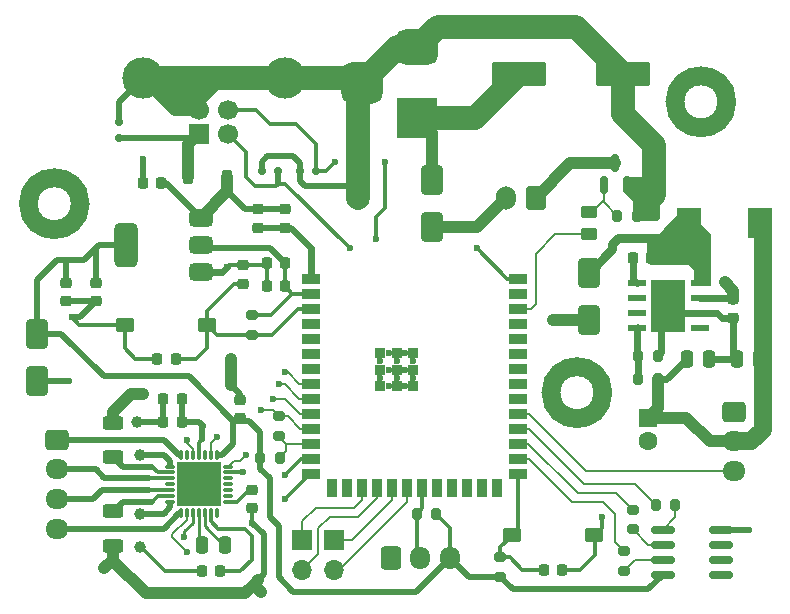
<source format=gbr>
%TF.GenerationSoftware,KiCad,Pcbnew,8.0.4*%
%TF.CreationDate,2025-07-27T19:27:02+02:00*%
%TF.ProjectId,GastroFocap,47617374-726f-4466-9f63-61702e6b6963,rev?*%
%TF.SameCoordinates,Original*%
%TF.FileFunction,Copper,L1,Top*%
%TF.FilePolarity,Positive*%
%FSLAX46Y46*%
G04 Gerber Fmt 4.6, Leading zero omitted, Abs format (unit mm)*
G04 Created by KiCad (PCBNEW 8.0.4) date 2025-07-27 19:27:02*
%MOMM*%
%LPD*%
G01*
G04 APERTURE LIST*
G04 Aperture macros list*
%AMRoundRect*
0 Rectangle with rounded corners*
0 $1 Rounding radius*
0 $2 $3 $4 $5 $6 $7 $8 $9 X,Y pos of 4 corners*
0 Add a 4 corners polygon primitive as box body*
4,1,4,$2,$3,$4,$5,$6,$7,$8,$9,$2,$3,0*
0 Add four circle primitives for the rounded corners*
1,1,$1+$1,$2,$3*
1,1,$1+$1,$4,$5*
1,1,$1+$1,$6,$7*
1,1,$1+$1,$8,$9*
0 Add four rect primitives between the rounded corners*
20,1,$1+$1,$2,$3,$4,$5,0*
20,1,$1+$1,$4,$5,$6,$7,0*
20,1,$1+$1,$6,$7,$8,$9,0*
20,1,$1+$1,$8,$9,$2,$3,0*%
G04 Aperture macros list end*
%TA.AperFunction,Conductor*%
%ADD10C,0.000000*%
%TD*%
%TA.AperFunction,Conductor*%
%ADD11C,0.200000*%
%TD*%
%TA.AperFunction,NonConductor*%
%ADD12C,1.600000*%
%TD*%
%TA.AperFunction,Conductor*%
%ADD13C,1.600000*%
%TD*%
%TA.AperFunction,SMDPad,CuDef*%
%ADD14RoundRect,0.225000X-0.250000X0.225000X-0.250000X-0.225000X0.250000X-0.225000X0.250000X0.225000X0*%
%TD*%
%TA.AperFunction,SMDPad,CuDef*%
%ADD15RoundRect,0.250000X0.250000X0.475000X-0.250000X0.475000X-0.250000X-0.475000X0.250000X-0.475000X0*%
%TD*%
%TA.AperFunction,SMDPad,CuDef*%
%ADD16RoundRect,0.250000X-0.250000X-0.475000X0.250000X-0.475000X0.250000X0.475000X-0.250000X0.475000X0*%
%TD*%
%TA.AperFunction,ComponentPad*%
%ADD17C,0.600000*%
%TD*%
%TA.AperFunction,SMDPad,CuDef*%
%ADD18R,2.950000X4.500000*%
%TD*%
%TA.AperFunction,SMDPad,CuDef*%
%ADD19R,2.600000X3.100000*%
%TD*%
%TA.AperFunction,SMDPad,CuDef*%
%ADD20R,1.550000X0.600000*%
%TD*%
%TA.AperFunction,SMDPad,CuDef*%
%ADD21RoundRect,0.200000X0.200000X0.275000X-0.200000X0.275000X-0.200000X-0.275000X0.200000X-0.275000X0*%
%TD*%
%TA.AperFunction,SMDPad,CuDef*%
%ADD22RoundRect,0.200000X-0.200000X-0.275000X0.200000X-0.275000X0.200000X0.275000X-0.200000X0.275000X0*%
%TD*%
%TA.AperFunction,SMDPad,CuDef*%
%ADD23R,1.500000X2.400000*%
%TD*%
%TA.AperFunction,SMDPad,CuDef*%
%ADD24RoundRect,0.250000X-0.650000X1.000000X-0.650000X-1.000000X0.650000X-1.000000X0.650000X1.000000X0*%
%TD*%
%TA.AperFunction,ComponentPad*%
%ADD25C,1.600000*%
%TD*%
%TA.AperFunction,ComponentPad*%
%ADD26R,1.600000X1.600000*%
%TD*%
%TA.AperFunction,SMDPad,CuDef*%
%ADD27RoundRect,0.225000X0.225000X0.250000X-0.225000X0.250000X-0.225000X-0.250000X0.225000X-0.250000X0*%
%TD*%
%TA.AperFunction,SMDPad,CuDef*%
%ADD28RoundRect,0.250000X0.450000X-0.262500X0.450000X0.262500X-0.450000X0.262500X-0.450000X-0.262500X0*%
%TD*%
%TA.AperFunction,SMDPad,CuDef*%
%ADD29RoundRect,0.225000X0.225000X0.375000X-0.225000X0.375000X-0.225000X-0.375000X0.225000X-0.375000X0*%
%TD*%
%TA.AperFunction,ComponentPad*%
%ADD30C,3.500000*%
%TD*%
%TA.AperFunction,ComponentPad*%
%ADD31C,1.700000*%
%TD*%
%TA.AperFunction,ComponentPad*%
%ADD32R,1.700000X1.700000*%
%TD*%
%TA.AperFunction,SMDPad,CuDef*%
%ADD33RoundRect,0.300000X0.500000X0.300000X-0.500000X0.300000X-0.500000X-0.300000X0.500000X-0.300000X0*%
%TD*%
%TA.AperFunction,SMDPad,CuDef*%
%ADD34RoundRect,0.225000X-0.225000X-0.250000X0.225000X-0.250000X0.225000X0.250000X-0.225000X0.250000X0*%
%TD*%
%TA.AperFunction,SMDPad,CuDef*%
%ADD35RoundRect,0.225000X0.250000X-0.225000X0.250000X0.225000X-0.250000X0.225000X-0.250000X-0.225000X0*%
%TD*%
%TA.AperFunction,SMDPad,CuDef*%
%ADD36RoundRect,0.250001X-2.049999X-0.799999X2.049999X-0.799999X2.049999X0.799999X-2.049999X0.799999X0*%
%TD*%
%TA.AperFunction,SMDPad,CuDef*%
%ADD37RoundRect,0.200000X-0.275000X0.200000X-0.275000X-0.200000X0.275000X-0.200000X0.275000X0.200000X0*%
%TD*%
%TA.AperFunction,SMDPad,CuDef*%
%ADD38RoundRect,0.200000X0.275000X-0.200000X0.275000X0.200000X-0.275000X0.200000X-0.275000X-0.200000X0*%
%TD*%
%TA.AperFunction,SMDPad,CuDef*%
%ADD39R,0.900000X0.900000*%
%TD*%
%TA.AperFunction,SMDPad,CuDef*%
%ADD40R,1.500000X0.900000*%
%TD*%
%TA.AperFunction,SMDPad,CuDef*%
%ADD41R,0.900000X1.500000*%
%TD*%
%TA.AperFunction,ComponentPad*%
%ADD42O,1.700000X1.950000*%
%TD*%
%TA.AperFunction,ComponentPad*%
%ADD43RoundRect,0.250000X-0.600000X-0.725000X0.600000X-0.725000X0.600000X0.725000X-0.600000X0.725000X0*%
%TD*%
%TA.AperFunction,SMDPad,CuDef*%
%ADD44RoundRect,0.150000X0.825000X0.150000X-0.825000X0.150000X-0.825000X-0.150000X0.825000X-0.150000X0*%
%TD*%
%TA.AperFunction,ComponentPad*%
%ADD45RoundRect,0.875000X-0.875000X0.875000X-0.875000X-0.875000X0.875000X-0.875000X0.875000X0.875000X0*%
%TD*%
%TA.AperFunction,ComponentPad*%
%ADD46RoundRect,0.750000X-1.000000X0.750000X-1.000000X-0.750000X1.000000X-0.750000X1.000000X0.750000X0*%
%TD*%
%TA.AperFunction,ComponentPad*%
%ADD47R,3.500000X3.500000*%
%TD*%
%TA.AperFunction,SMDPad,CuDef*%
%ADD48RoundRect,0.250000X0.650000X-1.000000X0.650000X1.000000X-0.650000X1.000000X-0.650000X-1.000000X0*%
%TD*%
%TA.AperFunction,SMDPad,CuDef*%
%ADD49RoundRect,0.375000X0.625000X0.375000X-0.625000X0.375000X-0.625000X-0.375000X0.625000X-0.375000X0*%
%TD*%
%TA.AperFunction,SMDPad,CuDef*%
%ADD50RoundRect,0.500000X0.500000X1.400000X-0.500000X1.400000X-0.500000X-1.400000X0.500000X-1.400000X0*%
%TD*%
%TA.AperFunction,SMDPad,CuDef*%
%ADD51RoundRect,0.150000X-0.150000X-0.200000X0.150000X-0.200000X0.150000X0.200000X-0.150000X0.200000X0*%
%TD*%
%TA.AperFunction,SMDPad,CuDef*%
%ADD52R,3.700000X3.700000*%
%TD*%
%TA.AperFunction,SMDPad,CuDef*%
%ADD53RoundRect,0.033750X0.371250X-0.101250X0.371250X0.101250X-0.371250X0.101250X-0.371250X-0.101250X0*%
%TD*%
%TA.AperFunction,SMDPad,CuDef*%
%ADD54RoundRect,0.033750X0.101250X-0.371250X0.101250X0.371250X-0.101250X0.371250X-0.101250X-0.371250X0*%
%TD*%
%TA.AperFunction,SMDPad,CuDef*%
%ADD55RoundRect,0.150000X0.150000X-0.587500X0.150000X0.587500X-0.150000X0.587500X-0.150000X-0.587500X0*%
%TD*%
%TA.AperFunction,ComponentPad*%
%ADD56O,1.950000X1.700000*%
%TD*%
%TA.AperFunction,ComponentPad*%
%ADD57RoundRect,0.250000X-0.725000X0.600000X-0.725000X-0.600000X0.725000X-0.600000X0.725000X0.600000X0*%
%TD*%
%TA.AperFunction,ComponentPad*%
%ADD58O,1.700000X2.000000*%
%TD*%
%TA.AperFunction,ComponentPad*%
%ADD59RoundRect,0.250000X0.600000X0.750000X-0.600000X0.750000X-0.600000X-0.750000X0.600000X-0.750000X0*%
%TD*%
%TA.AperFunction,ComponentPad*%
%ADD60O,1.700000X1.700000*%
%TD*%
%TA.AperFunction,SMDPad,CuDef*%
%ADD61RoundRect,0.250000X-0.625000X0.312500X-0.625000X-0.312500X0.625000X-0.312500X0.625000X0.312500X0*%
%TD*%
%TA.AperFunction,SMDPad,CuDef*%
%ADD62RoundRect,0.150000X-0.200000X0.150000X-0.200000X-0.150000X0.200000X-0.150000X0.200000X0.150000X0*%
%TD*%
%TA.AperFunction,SMDPad,CuDef*%
%ADD63RoundRect,0.300000X-0.500000X-0.300000X0.500000X-0.300000X0.500000X0.300000X-0.500000X0.300000X0*%
%TD*%
%TA.AperFunction,ViaPad*%
%ADD64C,1.000000*%
%TD*%
%TA.AperFunction,ViaPad*%
%ADD65C,0.800000*%
%TD*%
%TA.AperFunction,ViaPad*%
%ADD66C,0.600000*%
%TD*%
%TA.AperFunction,ViaPad*%
%ADD67C,2.000000*%
%TD*%
%TA.AperFunction,Conductor*%
%ADD68C,0.300000*%
%TD*%
%TA.AperFunction,Conductor*%
%ADD69C,0.500000*%
%TD*%
%TA.AperFunction,Conductor*%
%ADD70C,1.000000*%
%TD*%
%TA.AperFunction,Conductor*%
%ADD71C,0.250000*%
%TD*%
%TA.AperFunction,Conductor*%
%ADD72C,1.500000*%
%TD*%
%TA.AperFunction,Conductor*%
%ADD73C,0.750000*%
%TD*%
%TA.AperFunction,Conductor*%
%ADD74C,0.600000*%
%TD*%
%TA.AperFunction,Conductor*%
%ADD75C,2.000000*%
%TD*%
G04 APERTURE END LIST*
D10*
%TA.AperFunction,Conductor*%
%TO.N,Net-(D4-K)*%
G36*
X118250000Y-55500000D02*
G01*
X116250000Y-55500000D01*
X116250000Y-53000000D01*
X118250000Y-53000000D01*
X118250000Y-55500000D01*
G37*
%TD.AperFunction*%
%TA.AperFunction,Conductor*%
%TO.N,6\u002C5V*%
G36*
X124250000Y-55500000D02*
G01*
X122250000Y-55500000D01*
X122250000Y-53000000D01*
X124250000Y-53000000D01*
X124250000Y-55500000D01*
G37*
%TD.AperFunction*%
D11*
%TO.N,Net-(D4-K)*%
X119000000Y-55250000D02*
X119000000Y-59500000D01*
X117750000Y-59500000D01*
X117750000Y-58250000D01*
X117250000Y-57750000D01*
X114000000Y-57750000D01*
X113750000Y-57500000D01*
X113750000Y-56250000D01*
X116250000Y-53750000D01*
X117500000Y-53750000D01*
X119000000Y-55250000D01*
%TA.AperFunction,Conductor*%
G36*
X119000000Y-55250000D02*
G01*
X119000000Y-59500000D01*
X117750000Y-59500000D01*
X117750000Y-58250000D01*
X117250000Y-57750000D01*
X114000000Y-57750000D01*
X113750000Y-57500000D01*
X113750000Y-56250000D01*
X116250000Y-53750000D01*
X117500000Y-53750000D01*
X119000000Y-55250000D01*
G37*
%TD.AperFunction*%
%TO.N,Earth*%
X77500000Y-42750000D02*
X76000000Y-44250000D01*
X76000000Y-45000000D01*
X74250000Y-45000000D01*
X71750000Y-42500000D01*
X77250000Y-42500000D01*
X77500000Y-42750000D01*
%TA.AperFunction,Conductor*%
G36*
X77500000Y-42750000D02*
G01*
X76000000Y-44250000D01*
X76000000Y-45000000D01*
X74250000Y-45000000D01*
X71750000Y-42500000D01*
X77250000Y-42500000D01*
X77500000Y-42750000D01*
G37*
%TD.AperFunction*%
D10*
%TA.AperFunction,Conductor*%
G36*
X114750000Y-50625000D02*
G01*
X114750000Y-53875000D01*
X114500000Y-54125000D01*
X112750000Y-54125000D01*
X112500000Y-53875000D01*
X112500000Y-52375000D01*
X111750000Y-51625000D01*
X111750000Y-50625000D01*
X112000000Y-50375000D01*
X114500000Y-50375000D01*
X114750000Y-50625000D01*
G37*
%TD.AperFunction*%
D12*
X120450000Y-44000000D02*
G75*
G02*
X116050000Y-44000000I-2200000J0D01*
G01*
X116050000Y-44000000D02*
G75*
G02*
X120450000Y-44000000I2200000J0D01*
G01*
D13*
%TO.N,SERVO*%
X109950000Y-68625000D02*
G75*
G02*
X105550000Y-68625000I-2200000J0D01*
G01*
X105550000Y-68625000D02*
G75*
G02*
X109950000Y-68625000I2200000J0D01*
G01*
D12*
X65700000Y-52625000D02*
G75*
G02*
X61300000Y-52625000I-2200000J0D01*
G01*
X61300000Y-52625000D02*
G75*
G02*
X65700000Y-52625000I2200000J0D01*
G01*
%TD*%
D14*
%TO.P,C11,1*%
%TO.N,Earth*%
X79250000Y-69225000D03*
%TO.P,C11,2*%
%TO.N,VCC*%
X79250000Y-70775000D03*
%TD*%
D15*
%TO.P,C19,1*%
%TO.N,Net-(U5-CPI)*%
X77950000Y-81500000D03*
%TO.P,C19,2*%
%TO.N,Net-(U5-CPO)*%
X76050000Y-81500000D03*
%TD*%
%TO.P,C9,1*%
%TO.N,6\u002C5V*%
X123200000Y-65750000D03*
%TO.P,C9,2*%
%TO.N,Earth*%
X121300000Y-65750000D03*
%TD*%
D16*
%TO.P,C8,1*%
%TO.N,6\u002C5V*%
X117050000Y-65750000D03*
%TO.P,C8,2*%
%TO.N,Earth*%
X118950000Y-65750000D03*
%TD*%
D17*
%TO.P,U4,9,GNDPAD*%
%TO.N,Earth*%
X116100000Y-63050000D03*
X116100000Y-61950000D03*
X116100000Y-60650000D03*
X116100000Y-59450000D03*
D18*
X115500000Y-61250000D03*
D19*
X115500000Y-61250000D03*
D17*
X114900000Y-63050000D03*
X114900000Y-61950000D03*
X114900000Y-60650000D03*
X114900000Y-59450000D03*
D20*
%TO.P,U4,8,PH*%
%TO.N,Net-(D4-K)*%
X118200000Y-59345000D03*
%TO.P,U4,7,VIN*%
%TO.N,12V*%
X118200000Y-60615000D03*
%TO.P,U4,6,GND*%
%TO.N,Earth*%
X118200000Y-61885000D03*
%TO.P,U4,5,EN*%
%TO.N,unconnected-(U4-EN-Pad5)*%
X118200000Y-63155000D03*
%TO.P,U4,4,VSENSE*%
%TO.N,Net-(U4-VSENSE)*%
X112800000Y-63155000D03*
%TO.P,U4,3,NC*%
%TO.N,unconnected-(U4-NC-Pad3)*%
X112800000Y-61885000D03*
%TO.P,U4,2,NC*%
%TO.N,unconnected-(U4-NC-Pad2)*%
X112800000Y-60615000D03*
%TO.P,U4,1,BOOT*%
%TO.N,Net-(U4-BOOT)*%
X112800000Y-59345000D03*
%TD*%
D21*
%TO.P,R10,1*%
%TO.N,6\u002C5V*%
X114575000Y-67500000D03*
%TO.P,R10,2*%
%TO.N,Net-(U4-VSENSE)*%
X112925000Y-67500000D03*
%TD*%
D22*
%TO.P,R11,2*%
%TO.N,Earth*%
X114575000Y-65500000D03*
%TO.P,R11,1*%
%TO.N,Net-(U4-VSENSE)*%
X112925000Y-65500000D03*
%TD*%
D23*
%TO.P,L1,1*%
%TO.N,Net-(D4-K)*%
X117500000Y-54250000D03*
%TO.P,L1,2*%
%TO.N,6\u002C5V*%
X123000000Y-54250000D03*
%TD*%
D24*
%TO.P,D4,1,K*%
%TO.N,Net-(D4-K)*%
X108750000Y-58500000D03*
%TO.P,D4,2,A*%
%TO.N,Earth*%
X108750000Y-62500000D03*
%TD*%
D14*
%TO.P,C6,1*%
%TO.N,12V*%
X121000000Y-60725000D03*
%TO.P,C6,2*%
%TO.N,Earth*%
X121000000Y-62275000D03*
%TD*%
D25*
%TO.P,C7,2*%
%TO.N,Earth*%
X113750000Y-72750000D03*
D26*
%TO.P,C7,1*%
%TO.N,6\u002C5V*%
X113750000Y-70750000D03*
%TD*%
D27*
%TO.P,C5,1*%
%TO.N,Net-(D4-K)*%
X114025000Y-57250000D03*
%TO.P,C5,2*%
%TO.N,Net-(U4-BOOT)*%
X112475000Y-57250000D03*
%TD*%
D28*
%TO.P,R4,2*%
%TO.N,Net-(Q1-G)*%
X108750000Y-53337500D03*
%TO.P,R4,1*%
%TO.N,BRINA*%
X108750000Y-55162500D03*
%TD*%
D29*
%TO.P,D5,1,K*%
%TO.N,VCC_5V*%
X78150000Y-50375000D03*
%TO.P,D5,2,A*%
%TO.N,Net-(D5-A)*%
X74850000Y-50375000D03*
%TD*%
D30*
%TO.P,J5,5,Shield*%
%TO.N,Earth*%
X83020000Y-42000000D03*
X70980000Y-42000000D03*
D31*
%TO.P,J5,4,GND*%
X75750000Y-44710000D03*
%TO.P,J5,3,D+*%
%TO.N,D+*%
X78250000Y-44710000D03*
%TO.P,J5,2,D-*%
%TO.N,D-*%
X78250000Y-46710000D03*
D32*
%TO.P,J5,1,VBUS*%
%TO.N,Net-(D5-A)*%
X75750000Y-46710000D03*
%TD*%
D33*
%TO.P,SW1,1,A*%
%TO.N,Earth*%
X109225000Y-80675000D03*
%TO.P,SW1,2,B*%
%TO.N,GPIO0*%
X102275000Y-80675000D03*
%TD*%
D14*
%TO.P,C17,2*%
%TO.N,Earth*%
X80250000Y-78425000D03*
%TO.P,C17,1*%
%TO.N,Net-(U5-5VOUT)*%
X80250000Y-76875000D03*
%TD*%
D34*
%TO.P,C14,2*%
%TO.N,Earth*%
X74275000Y-69125000D03*
%TO.P,C14,1*%
%TO.N,12V*%
X72725000Y-69125000D03*
%TD*%
%TO.P,C13,2*%
%TO.N,Earth*%
X74275000Y-71125000D03*
%TO.P,C13,1*%
%TO.N,12V*%
X72725000Y-71125000D03*
%TD*%
D27*
%TO.P,C23,2*%
%TO.N,Earth*%
X81475000Y-59625000D03*
%TO.P,C23,1*%
%TO.N,VCC*%
X83025000Y-59625000D03*
%TD*%
%TO.P,C22,2*%
%TO.N,Earth*%
X81475000Y-57625000D03*
%TO.P,C22,1*%
%TO.N,VCC*%
X83025000Y-57625000D03*
%TD*%
D14*
%TO.P,C21,2*%
%TO.N,Earth*%
X83000000Y-54650000D03*
%TO.P,C21,1*%
%TO.N,VCC_5V*%
X83000000Y-53100000D03*
%TD*%
%TO.P,C20,2*%
%TO.N,Earth*%
X80750000Y-54650000D03*
%TO.P,C20,1*%
%TO.N,VCC_5V*%
X80750000Y-53100000D03*
%TD*%
D27*
%TO.P,C18,2*%
%TO.N,Earth*%
X72225000Y-65750000D03*
%TO.P,C18,1*%
%TO.N,CHIP_PU*%
X73775000Y-65750000D03*
%TD*%
D34*
%TO.P,C10,2*%
%TO.N,Earth*%
X106525000Y-83625000D03*
%TO.P,C10,1*%
%TO.N,GPIO0*%
X104975000Y-83625000D03*
%TD*%
D35*
%TO.P,C3,2*%
%TO.N,Earth*%
X79500000Y-57850000D03*
%TO.P,C3,1*%
%TO.N,CHIP_PU*%
X79500000Y-59400000D03*
%TD*%
D14*
%TO.P,C2,2*%
%TO.N,Earth*%
X67000000Y-60900000D03*
%TO.P,C2,1*%
%TO.N,VCC*%
X67000000Y-59350000D03*
%TD*%
%TO.P,C1,2*%
%TO.N,Earth*%
X64500000Y-60900000D03*
%TO.P,C1,1*%
%TO.N,VCC*%
X64500000Y-59350000D03*
%TD*%
D27*
%TO.P,C16,2*%
%TO.N,Earth*%
X70975000Y-50875000D03*
%TO.P,C16,1*%
%TO.N,VCC_5V*%
X72525000Y-50875000D03*
%TD*%
D36*
%TO.P,C4,2*%
%TO.N,Earth*%
X111650000Y-41625000D03*
%TO.P,C4,1*%
%TO.N,12V*%
X102850000Y-41625000D03*
%TD*%
D37*
%TO.P,R8,2*%
%TO.N,Net-(U3-WP)*%
X111750000Y-83700000D03*
%TO.P,R8,1*%
%TO.N,EEPROM_WC*%
X111750000Y-82050000D03*
%TD*%
%TO.P,R7,2*%
%TO.N,Net-(U3-SCL)*%
X112500000Y-80200000D03*
%TO.P,R7,1*%
%TO.N,EEPROM_SCL*%
X112500000Y-78550000D03*
%TD*%
D22*
%TO.P,R6,2*%
%TO.N,Net-(U3-SDA)*%
X116075000Y-78125000D03*
%TO.P,R6,1*%
%TO.N,EEPROM_SDA*%
X114425000Y-78125000D03*
%TD*%
D38*
%TO.P,R12,1*%
%TO.N,CHIP_PU*%
X80250000Y-63700000D03*
%TO.P,R12,2*%
%TO.N,VCC*%
X80250000Y-62050000D03*
%TD*%
D37*
%TO.P,R9,2*%
%TO.N,VCC*%
X101250000Y-84200000D03*
%TO.P,R9,1*%
%TO.N,GPIO0*%
X101250000Y-82550000D03*
%TD*%
D22*
%TO.P,R3,1*%
%TO.N,VCC*%
X80925000Y-74125000D03*
%TO.P,R3,2*%
%TO.N,TXTMC*%
X82575000Y-74125000D03*
%TD*%
D37*
%TO.P,R1,2*%
%TO.N,TXTMC*%
X82500000Y-72275000D03*
%TO.P,R1,1*%
%TO.N,RXTMC*%
X82500000Y-70625000D03*
%TD*%
D21*
%TO.P,R5,2*%
%TO.N,Net-(Q1-G)*%
X111175000Y-53625000D03*
%TO.P,R5,1*%
%TO.N,Earth*%
X112825000Y-53625000D03*
%TD*%
D22*
%TO.P,R2,2*%
%TO.N,VCC*%
X95825000Y-78875000D03*
%TO.P,R2,1*%
%TO.N,TEMP*%
X94175000Y-78875000D03*
%TD*%
D17*
%TO.P,U2,41_21*%
%TO.N,N/C*%
X93200000Y-68075000D03*
%TO.P,U2,41_20*%
X91800000Y-68075000D03*
%TO.P,U2,41_19*%
X93900000Y-67375000D03*
%TO.P,U2,41_18*%
X92500000Y-67375000D03*
%TO.P,U2,41_17*%
X91100000Y-67375000D03*
%TO.P,U2,41_16*%
X93200000Y-66675000D03*
%TO.P,U2,41_15*%
X91800000Y-66675000D03*
%TO.P,U2,41_14*%
X93900000Y-65975000D03*
%TO.P,U2,41_13*%
X92500000Y-65975000D03*
%TO.P,U2,41_12*%
X91100000Y-65975000D03*
%TO.P,U2,41_11*%
X93200000Y-65275000D03*
%TO.P,U2,41_10*%
X91800000Y-65275000D03*
D39*
%TO.P,U2,41_9,GND*%
%TO.N,Earth*%
X93900000Y-68085000D03*
%TO.P,U2,41_8,GND*%
X92500000Y-68085000D03*
%TO.P,U2,41_7,GND*%
X91100000Y-68085000D03*
%TO.P,U2,41_6,GND*%
X93900000Y-66685000D03*
%TO.P,U2,41_5,GND*%
X92500000Y-66685000D03*
%TO.P,U2,41_4,GND*%
X91100000Y-66685000D03*
%TO.P,U2,41_3,GND*%
X93900000Y-65285000D03*
%TO.P,U2,41_2,GND*%
X92500000Y-65285000D03*
%TO.P,U2,41_1,GND*%
X91100000Y-65285000D03*
D40*
%TO.P,U2,40,GND*%
X102750000Y-58965000D03*
%TO.P,U2,39,IO1*%
%TO.N,unconnected-(U2-IO1-Pad39)*%
X102750000Y-60235000D03*
%TO.P,U2,38,IO2*%
%TO.N,BRINA*%
X102750000Y-61505000D03*
%TO.P,U2,37,TXD0*%
%TO.N,unconnected-(U2-TXD0-Pad37)*%
X102750000Y-62775000D03*
%TO.P,U2,36,RXD0*%
%TO.N,unconnected-(U2-RXD0-Pad36)*%
X102750000Y-64045000D03*
%TO.P,U2,35,IO42*%
%TO.N,unconnected-(U2-IO42-Pad35)*%
X102750000Y-65315000D03*
%TO.P,U2,34,IO41*%
%TO.N,unconnected-(U2-IO41-Pad34)*%
X102750000Y-66585000D03*
%TO.P,U2,33,IO40*%
%TO.N,unconnected-(U2-IO40-Pad33)*%
X102750000Y-67855000D03*
%TO.P,U2,32,IO39*%
%TO.N,unconnected-(U2-IO39-Pad32)*%
X102750000Y-69125000D03*
%TO.P,U2,31,IO38*%
%TO.N,SERVO*%
X102750000Y-70395000D03*
%TO.P,U2,30,IO37*%
%TO.N,EEPROM_SDA*%
X102750000Y-71665000D03*
%TO.P,U2,29,IO36*%
%TO.N,EEPROM_SCL*%
X102750000Y-72935000D03*
%TO.P,U2,28,IO35*%
%TO.N,EEPROM_WC*%
X102750000Y-74205000D03*
%TO.P,U2,27,IO0*%
%TO.N,GPIO0*%
X102750000Y-75475000D03*
D41*
%TO.P,U2,26,IO45*%
%TO.N,unconnected-(U2-IO45-Pad26)*%
X100985000Y-76725000D03*
%TO.P,U2,25,IO48*%
%TO.N,unconnected-(U2-IO48-Pad25)*%
X99715000Y-76725000D03*
%TO.P,U2,24,IO47*%
%TO.N,unconnected-(U2-IO47-Pad24)*%
X98445000Y-76725000D03*
%TO.P,U2,23,IO21*%
%TO.N,unconnected-(U2-IO21-Pad23)*%
X97175000Y-76725000D03*
%TO.P,U2,22,IO14*%
%TO.N,unconnected-(U2-IO14-Pad22)*%
X95905000Y-76725000D03*
%TO.P,U2,21,IO13*%
%TO.N,TEMP*%
X94635000Y-76725000D03*
%TO.P,U2,20,IO12*%
%TO.N,Net-(J3-Pin_2)*%
X93365000Y-76725000D03*
%TO.P,U2,19,IO11*%
%TO.N,Net-(J3-Pin_1)*%
X92095000Y-76725000D03*
%TO.P,U2,18,IO10*%
%TO.N,Net-(J2-Pin_2)*%
X90825000Y-76725000D03*
%TO.P,U2,17,IO9*%
%TO.N,Net-(J2-Pin_1)*%
X89555000Y-76725000D03*
%TO.P,U2,16,IO46*%
%TO.N,unconnected-(U2-IO46-Pad16)*%
X88285000Y-76725000D03*
%TO.P,U2,15,IO3*%
%TO.N,unconnected-(U2-IO3-Pad15)*%
X87015000Y-76725000D03*
D40*
%TO.P,U2,14,IO20*%
%TO.N,D+*%
X85250000Y-75475000D03*
%TO.P,U2,13,IO19*%
%TO.N,D-*%
X85250000Y-74205000D03*
%TO.P,U2,12,IO8*%
%TO.N,TXTMC*%
X85250000Y-72935000D03*
%TO.P,U2,11,IO18*%
%TO.N,RXTMC*%
X85250000Y-71665000D03*
%TO.P,U2,10,IO17*%
%TO.N,EN*%
X85250000Y-70395000D03*
%TO.P,U2,9,IO16*%
%TO.N,STEP*%
X85250000Y-69125000D03*
%TO.P,U2,8,IO15*%
%TO.N,DIR*%
X85250000Y-67855000D03*
%TO.P,U2,7,IO7*%
%TO.N,unconnected-(U2-IO7-Pad7)*%
X85250000Y-66585000D03*
%TO.P,U2,6,IO6*%
%TO.N,unconnected-(U2-IO6-Pad6)*%
X85250000Y-65315000D03*
%TO.P,U2,5,IO5*%
%TO.N,unconnected-(U2-IO5-Pad5)*%
X85250000Y-64045000D03*
%TO.P,U2,4,IO4*%
%TO.N,unconnected-(U2-IO4-Pad4)*%
X85250000Y-62775000D03*
%TO.P,U2,3,EN*%
%TO.N,CHIP_PU*%
X85250000Y-61505000D03*
%TO.P,U2,2,3V3*%
%TO.N,VCC*%
X85250000Y-60235000D03*
%TO.P,U2,1,GND*%
%TO.N,Earth*%
X85250000Y-58965000D03*
%TD*%
D42*
%TO.P,U1,3,V_{DD}*%
%TO.N,VCC*%
X97000000Y-82600000D03*
%TO.P,U1,2,DQ*%
%TO.N,TEMP*%
X94500000Y-82600000D03*
D43*
%TO.P,U1,1,GND*%
%TO.N,Earth*%
X92000000Y-82600000D03*
%TD*%
D44*
%TO.P,U3,8,VDD*%
%TO.N,VCC*%
X115025000Y-84030000D03*
%TO.P,U3,7,WP*%
%TO.N,Net-(U3-WP)*%
X115025000Y-82760000D03*
%TO.P,U3,6,SCL*%
%TO.N,Net-(U3-SCL)*%
X115025000Y-81490000D03*
%TO.P,U3,5,SDA*%
%TO.N,Net-(U3-SDA)*%
X115025000Y-80220000D03*
%TO.P,U3,4,VSS*%
%TO.N,Earth*%
X119975000Y-80220000D03*
%TO.P,U3,3,A2*%
%TO.N,unconnected-(U3-A2-Pad3)*%
X119975000Y-81490000D03*
%TO.P,U3,2,A1*%
%TO.N,unconnected-(U3-A1-Pad2)*%
X119975000Y-82760000D03*
%TO.P,U3,1,A0*%
%TO.N,unconnected-(U3-A0-Pad1)*%
X119975000Y-84030000D03*
%TD*%
D45*
%TO.P,J4,3,Pin_3*%
%TO.N,Earth*%
X89550000Y-42375000D03*
D46*
%TO.P,J4,2,Pin_2*%
X94250000Y-39375000D03*
D47*
%TO.P,J4,1,Pin_1*%
%TO.N,12V*%
X94250000Y-45375000D03*
%TD*%
D48*
%TO.P,D2,2,A*%
%TO.N,12V*%
X95500000Y-50625000D03*
%TO.P,D2,1,K*%
%TO.N,Net-(D2-K)*%
X95500000Y-54625000D03*
%TD*%
D49*
%TO.P,U6,3,VI*%
%TO.N,VCC_5V*%
X75900000Y-53825000D03*
D50*
%TO.P,U6,2,VO*%
%TO.N,VCC*%
X69600000Y-56125000D03*
D49*
X75900000Y-56125000D03*
%TO.P,U6,1,GND*%
%TO.N,Earth*%
X75900000Y-58425000D03*
%TD*%
D51*
%TO.P,D7,2,A2*%
%TO.N,Earth*%
X84300000Y-49875000D03*
%TO.P,D7,1,A1*%
%TO.N,D+*%
X85700000Y-49875000D03*
%TD*%
D52*
%TO.P,U5,29,EXP*%
%TO.N,Earth*%
X75750000Y-76375000D03*
D53*
%TO.P,U5,28,VS*%
%TO.N,12V*%
X73300000Y-77875000D03*
%TO.P,U5,27,BRB*%
%TO.N,Net-(U5-BRB)*%
X73300000Y-77375000D03*
%TO.P,U5,26,OB1*%
%TO.N,Net-(J6-Pin_3)*%
X73300000Y-76875000D03*
%TO.P,U5,25,NC*%
%TO.N,unconnected-(U5-NC-Pad25)*%
X73300000Y-76375000D03*
%TO.P,U5,24,OA1*%
%TO.N,Net-(J6-Pin_2)*%
X73300000Y-75875000D03*
%TO.P,U5,23,BRA*%
%TO.N,Net-(U5-BRA)*%
X73300000Y-75375000D03*
%TO.P,U5,22,VS*%
%TO.N,12V*%
X73300000Y-74875000D03*
D54*
%TO.P,U5,21,OA2*%
%TO.N,Net-(J6-Pin_1)*%
X74250000Y-73925000D03*
%TO.P,U5,20,STDBY*%
%TO.N,unconnected-(U5-STDBY-Pad20)*%
X74750000Y-73925000D03*
%TO.P,U5,19,DIR*%
%TO.N,DIR*%
X75250000Y-73925000D03*
%TO.P,U5,18,GND*%
%TO.N,Earth*%
X75750000Y-73925000D03*
%TO.P,U5,17,VREF*%
%TO.N,unconnected-(U5-VREF-Pad17)*%
X76250000Y-73925000D03*
%TO.P,U5,16,STEP*%
%TO.N,STEP*%
X76750000Y-73925000D03*
%TO.P,U5,15,VCC_IO*%
%TO.N,VCC*%
X77250000Y-73925000D03*
D53*
%TO.P,U5,14,~{PD}_UART*%
%TO.N,RXTMC*%
X78200000Y-74875000D03*
%TO.P,U5,13,CLK*%
%TO.N,Earth*%
X78200000Y-75375000D03*
%TO.P,U5,12,INDEX*%
%TO.N,unconnected-(U5-INDEX-Pad12)*%
X78200000Y-75875000D03*
%TO.P,U5,11,DIAG*%
%TO.N,unconnected-(U5-DIAG-Pad11)*%
X78200000Y-76375000D03*
%TO.P,U5,10,MS2_AD1*%
%TO.N,unconnected-(U5-MS2_AD1-Pad10)*%
X78200000Y-76875000D03*
%TO.P,U5,9,MS1_AD0*%
%TO.N,unconnected-(U5-MS1_AD0-Pad9)*%
X78200000Y-77375000D03*
%TO.P,U5,8,5VOUT*%
%TO.N,Net-(U5-5VOUT)*%
X78200000Y-77875000D03*
D54*
%TO.P,U5,7,SPREAD*%
%TO.N,unconnected-(U5-SPREAD-Pad7)*%
X77250000Y-78825000D03*
%TO.P,U5,6,VCP*%
%TO.N,Net-(U5-VCP)*%
X76750000Y-78825000D03*
%TO.P,U5,5,CPI*%
%TO.N,Net-(U5-CPI)*%
X76250000Y-78825000D03*
%TO.P,U5,4,CPO*%
%TO.N,Net-(U5-CPO)*%
X75750000Y-78825000D03*
%TO.P,U5,3,GND*%
%TO.N,Earth*%
X75250000Y-78825000D03*
%TO.P,U5,2,~{EN}*%
%TO.N,EN*%
X74750000Y-78825000D03*
%TO.P,U5,1,OB2*%
%TO.N,Net-(J6-Pin_4)*%
X74250000Y-78825000D03*
%TD*%
D51*
%TO.P,D8,2,A2*%
%TO.N,Earth*%
X81050000Y-49875000D03*
%TO.P,D8,1,A1*%
%TO.N,D-*%
X82450000Y-49875000D03*
%TD*%
D55*
%TO.P,Q1,3,D*%
%TO.N,Net-(D3-K)*%
X111000000Y-49187500D03*
%TO.P,Q1,2,S*%
%TO.N,Earth*%
X111950000Y-51062500D03*
%TO.P,Q1,1,G*%
%TO.N,Net-(Q1-G)*%
X110050000Y-51062500D03*
%TD*%
D48*
%TO.P,D1,2,A*%
%TO.N,VCC*%
X62000000Y-63625000D03*
%TO.P,D1,1,K*%
%TO.N,12V*%
X62000000Y-67625000D03*
%TD*%
D56*
%TO.P,J6,4,Pin_4*%
%TO.N,Net-(J6-Pin_4)*%
X63750000Y-80125000D03*
%TO.P,J6,3,Pin_3*%
%TO.N,Net-(J6-Pin_3)*%
X63750000Y-77625000D03*
%TO.P,J6,2,Pin_2*%
%TO.N,Net-(J6-Pin_2)*%
X63750000Y-75125000D03*
D57*
%TO.P,J6,1,Pin_1*%
%TO.N,Net-(J6-Pin_1)*%
X63750000Y-72625000D03*
%TD*%
D58*
%TO.P,D3,2,A*%
%TO.N,Net-(D2-K)*%
X101750000Y-52125000D03*
D59*
%TO.P,D3,1,K*%
%TO.N,Net-(D3-K)*%
X104250000Y-52125000D03*
%TD*%
D60*
%TO.P,J2,2,Pin_2*%
%TO.N,Net-(J2-Pin_2)*%
X84500000Y-83625000D03*
D32*
%TO.P,J2,1,Pin_1*%
%TO.N,Net-(J2-Pin_1)*%
X84500000Y-81085000D03*
%TD*%
D61*
%TO.P,R13,2*%
%TO.N,Net-(U5-BRA)*%
X68500000Y-74087500D03*
%TO.P,R13,1*%
%TO.N,Earth*%
X68500000Y-71162500D03*
%TD*%
%TO.P,R14,2*%
%TO.N,Earth*%
X68500000Y-81587500D03*
%TO.P,R14,1*%
%TO.N,Net-(U5-BRB)*%
X68500000Y-78662500D03*
%TD*%
D62*
%TO.P,D6,2,A2*%
%TO.N,Earth*%
X69000000Y-45675000D03*
%TO.P,D6,1,A1*%
%TO.N,Net-(D5-A)*%
X69000000Y-47075000D03*
%TD*%
D56*
%TO.P,J1,3,Pin_3*%
%TO.N,SERVO*%
X121025000Y-75250000D03*
%TO.P,J1,2,Pin_2*%
%TO.N,6\u002C5V*%
X121025000Y-72750000D03*
D57*
%TO.P,J1,1,Pin_1*%
%TO.N,Earth*%
X121025000Y-70250000D03*
%TD*%
D34*
%TO.P,C12,2*%
%TO.N,Net-(U5-VCP)*%
X77525000Y-83750000D03*
%TO.P,C12,1*%
%TO.N,12V*%
X75975000Y-83750000D03*
%TD*%
D60*
%TO.P,J3,2,Pin_2*%
%TO.N,Net-(J3-Pin_2)*%
X87150000Y-83625000D03*
D32*
%TO.P,J3,1,Pin_1*%
%TO.N,Net-(J3-Pin_1)*%
X87150000Y-81085000D03*
%TD*%
D63*
%TO.P,SW2,1,A*%
%TO.N,Earth*%
X69500000Y-62875000D03*
%TO.P,SW2,2,B*%
%TO.N,CHIP_PU*%
X76450000Y-62875000D03*
%TD*%
D64*
%TO.N,Earth*%
X105750000Y-62500000D03*
%TO.N,12V*%
X120250000Y-59250000D03*
D65*
%TO.N,Earth*%
X81000000Y-85500000D03*
X67750000Y-83500000D03*
X71000000Y-68750000D03*
D66*
X99250000Y-56375000D03*
X122350000Y-80275000D03*
X109850000Y-79175000D03*
%TO.N,RXTMC*%
X81000000Y-70125000D03*
%TO.N,Earth*%
X113000000Y-52125000D03*
X113000000Y-50875000D03*
X114250000Y-52125000D03*
X114250000Y-50875000D03*
X114250000Y-53625000D03*
%TO.N,EN*%
X82000000Y-69125000D03*
%TO.N,D+*%
X83000000Y-77625000D03*
%TO.N,Earth*%
X79500000Y-75375000D03*
X74250000Y-76375000D03*
X76075000Y-71450000D03*
X65000000Y-62250000D03*
X77250000Y-77875000D03*
X76500000Y-75625000D03*
X77250000Y-76375000D03*
X85250000Y-56375000D03*
X75750000Y-74875000D03*
X74500000Y-80875000D03*
X71000000Y-48875000D03*
X75000000Y-77125000D03*
X74250000Y-77875000D03*
X75750000Y-76375000D03*
X75750000Y-77875000D03*
X77250000Y-74875000D03*
X78125000Y-58000000D03*
X76500000Y-77125000D03*
D67*
X89250000Y-52125000D03*
D66*
X74250000Y-74875000D03*
X78500000Y-65750000D03*
X76050000Y-72575000D03*
X75000000Y-75625000D03*
X78500000Y-68000000D03*
X80250000Y-79625000D03*
D64*
%TO.N,12V*%
X70750000Y-73875000D03*
X70500000Y-71125000D03*
D66*
X64750000Y-67625000D03*
D64*
X70750000Y-78875000D03*
X70800000Y-81700000D03*
D66*
%TO.N,D+*%
X90750000Y-55625000D03*
X87250000Y-49125000D03*
X91500000Y-49125000D03*
%TO.N,D-*%
X83000000Y-75625000D03*
X88500000Y-56375000D03*
%TO.N,EN*%
X74750000Y-82125000D03*
%TO.N,RXTMC*%
X79750000Y-73875000D03*
%TO.N,STEP*%
X82500000Y-67875000D03*
X77250000Y-72375000D03*
%TO.N,DIR*%
X83000000Y-66875000D03*
X74750000Y-72625000D03*
%TD*%
D68*
%TO.N,CHIP_PU*%
X76450000Y-62875000D02*
X76450000Y-64800000D01*
X76450000Y-64800000D02*
X75500000Y-65750000D01*
X75500000Y-65750000D02*
X73775000Y-65750000D01*
D69*
%TO.N,Earth*%
X79250000Y-69225000D02*
X79250000Y-68750000D01*
X79250000Y-68750000D02*
X78500000Y-68000000D01*
D70*
X78500000Y-65750000D02*
X78500000Y-68000000D01*
D69*
%TO.N,VCC*%
X78625000Y-71000000D02*
X74875000Y-67250000D01*
X64100000Y-63625000D02*
X62000000Y-63625000D01*
X74875000Y-67250000D02*
X67725000Y-67250000D01*
X67725000Y-67250000D02*
X64100000Y-63625000D01*
D68*
%TO.N,12V*%
X70800000Y-81700000D02*
X70825000Y-81700000D01*
X70825000Y-81700000D02*
X72875000Y-83750000D01*
X72875000Y-83750000D02*
X75975000Y-83750000D01*
%TO.N,Net-(U5-VCP)*%
X76750000Y-78825000D02*
X76750000Y-79510214D01*
X77364786Y-80125000D02*
X79651471Y-80125000D01*
X80250000Y-80723529D02*
X80250000Y-82750000D01*
X79250000Y-83750000D02*
X77525000Y-83750000D01*
X79651471Y-80125000D02*
X80250000Y-80723529D01*
X76750000Y-79510214D02*
X77364786Y-80125000D01*
X80250000Y-82750000D02*
X79250000Y-83750000D01*
D11*
%TO.N,EN*%
X73500000Y-80625000D02*
X74750000Y-79375000D01*
X74750000Y-82125000D02*
X73500000Y-80875000D01*
X73500000Y-80875000D02*
X73500000Y-80625000D01*
X74750000Y-79375000D02*
X74750000Y-78825000D01*
D71*
%TO.N,Net-(U5-CPI)*%
X76250000Y-78825000D02*
X76250000Y-79950000D01*
X76250000Y-79950000D02*
X77800000Y-81500000D01*
X77800000Y-81500000D02*
X77950000Y-81500000D01*
%TO.N,Net-(U5-CPO)*%
X75750000Y-78825000D02*
X75750000Y-81200000D01*
X75750000Y-81200000D02*
X76050000Y-81500000D01*
D11*
%TO.N,SERVO*%
X108555000Y-75250000D02*
X121025000Y-75250000D01*
D70*
%TO.N,6\u002C5V*%
X119000000Y-72750000D02*
X121025000Y-72750000D01*
D72*
X123500000Y-71750000D02*
X122500000Y-72750000D01*
X122500000Y-72750000D02*
X121025000Y-72750000D01*
X123000000Y-54250000D02*
X123500000Y-54750000D01*
X123500000Y-54750000D02*
X123500000Y-71750000D01*
D73*
%TO.N,Net-(D4-K)*%
X114000000Y-55500000D02*
X111250000Y-55500000D01*
X115250000Y-55500000D02*
X114000000Y-55500000D01*
X114000000Y-55500000D02*
X114025000Y-55525000D01*
X114025000Y-55525000D02*
X114025000Y-57250000D01*
D74*
%TO.N,6\u002C5V*%
X114575000Y-67500000D02*
X115300000Y-67500000D01*
X115300000Y-67500000D02*
X117050000Y-65750000D01*
%TO.N,Earth*%
X121300000Y-65750000D02*
X118950000Y-65750000D01*
X121000000Y-62275000D02*
X121000000Y-65450000D01*
X121000000Y-65450000D02*
X121300000Y-65750000D01*
D75*
X114250000Y-47625000D02*
X114250000Y-49000000D01*
X114250000Y-49000000D02*
X114250000Y-51875000D01*
D70*
X108750000Y-62500000D02*
X105750000Y-62500000D01*
D73*
%TO.N,Net-(D4-K)*%
X110750000Y-56000000D02*
X110750000Y-56500000D01*
X111250000Y-55500000D02*
X110750000Y-56000000D01*
X110750000Y-56500000D02*
X108750000Y-58500000D01*
D74*
%TO.N,Earth*%
X114900000Y-63050000D02*
X114900000Y-65175000D01*
X114900000Y-65175000D02*
X114575000Y-65500000D01*
%TO.N,Net-(U4-VSENSE)*%
X112925000Y-65500000D02*
X112925000Y-67500000D01*
X112800000Y-63155000D02*
X112800000Y-65375000D01*
X112800000Y-65375000D02*
X112925000Y-65500000D01*
D70*
%TO.N,6\u002C5V*%
X123250000Y-54250000D02*
X123500000Y-54500000D01*
%TO.N,12V*%
X120250000Y-59250000D02*
X121000000Y-60000000D01*
X121000000Y-60000000D02*
X121000000Y-60725000D01*
D74*
%TO.N,Earth*%
X118200000Y-61885000D02*
X119635000Y-61885000D01*
X119635000Y-61885000D02*
X120025000Y-62275000D01*
X120025000Y-62275000D02*
X121000000Y-62275000D01*
%TO.N,12V*%
X118200000Y-60615000D02*
X120890000Y-60615000D01*
X120890000Y-60615000D02*
X121000000Y-60725000D01*
D11*
%TO.N,Net-(Q1-G)*%
X110050000Y-52287500D02*
X110050000Y-52500000D01*
X110050000Y-52500000D02*
X111175000Y-53625000D01*
X108750000Y-53337500D02*
X109000000Y-53337500D01*
X109000000Y-53337500D02*
X110050000Y-52287500D01*
%TO.N,BRINA*%
X105937500Y-55162500D02*
X108750000Y-55162500D01*
%TO.N,Net-(D4-K)*%
X115250000Y-55500000D02*
X116375000Y-56625000D01*
X114025000Y-57250000D02*
X117000000Y-57250000D01*
X117000000Y-57250000D02*
X118200000Y-58450000D01*
X118200000Y-58450000D02*
X118200000Y-59345000D01*
D74*
%TO.N,Earth*%
X118200000Y-61885000D02*
X116135000Y-61885000D01*
X116135000Y-61885000D02*
X115500000Y-61250000D01*
%TO.N,Net-(U4-BOOT)*%
X112475000Y-57250000D02*
X112475000Y-59020000D01*
X112475000Y-59020000D02*
X112800000Y-59345000D01*
D69*
%TO.N,Net-(U4-VSENSE)*%
X112925000Y-63130000D02*
X112950000Y-63105000D01*
D70*
%TO.N,6\u002C5V*%
X117000000Y-70750000D02*
X119000000Y-72750000D01*
D11*
%TO.N,EEPROM_WC*%
X102750000Y-74205000D02*
X103705000Y-74205000D01*
X107375000Y-77875000D02*
X110000000Y-77875000D01*
X111000000Y-78875000D02*
X111000000Y-81300000D01*
X103705000Y-74205000D02*
X107375000Y-77875000D01*
X110000000Y-77875000D02*
X111000000Y-78875000D01*
X111000000Y-81300000D02*
X111750000Y-82050000D01*
%TO.N,EEPROM_SCL*%
X102750000Y-72935000D02*
X103622500Y-72935000D01*
X103622500Y-72935000D02*
X107812500Y-77125000D01*
X107812500Y-77125000D02*
X111075000Y-77125000D01*
X111075000Y-77125000D02*
X112500000Y-78550000D01*
%TO.N,EEPROM_SDA*%
X102750000Y-71665000D02*
X103665000Y-71665000D01*
X103665000Y-71665000D02*
X108375000Y-76375000D01*
X108375000Y-76375000D02*
X112675000Y-76375000D01*
X112675000Y-76375000D02*
X114425000Y-78125000D01*
%TO.N,SERVO*%
X103700000Y-70395000D02*
X108555000Y-75250000D01*
D68*
%TO.N,Earth*%
X65625000Y-62875000D02*
X65000000Y-62250000D01*
X69500000Y-62875000D02*
X65625000Y-62875000D01*
D69*
X65000000Y-62250000D02*
X65650000Y-62250000D01*
X65650000Y-62250000D02*
X67000000Y-60900000D01*
D11*
%TO.N,BRINA*%
X102750000Y-61505000D02*
X103870000Y-61505000D01*
X103870000Y-61505000D02*
X104250000Y-61125000D01*
X104250000Y-61125000D02*
X104250000Y-56850000D01*
X104250000Y-56850000D02*
X105937500Y-55162500D01*
%TO.N,Net-(Q1-G)*%
X110050000Y-51062500D02*
X110050000Y-52287500D01*
%TO.N,Net-(J2-Pin_2)*%
X90825000Y-76725000D02*
X90825000Y-77550000D01*
X90825000Y-77550000D02*
X89250000Y-79125000D01*
X89250000Y-79125000D02*
X86810000Y-79125000D01*
X86810000Y-79125000D02*
X85850000Y-80085000D01*
X85850000Y-80085000D02*
X85850000Y-82275000D01*
X85850000Y-82275000D02*
X84500000Y-83625000D01*
%TO.N,Net-(J2-Pin_1)*%
X84500000Y-79500000D02*
X84500000Y-81085000D01*
%TO.N,Net-(J3-Pin_2)*%
X93365000Y-76725000D02*
X93365000Y-77885000D01*
X93365000Y-77885000D02*
X87625000Y-83625000D01*
X87625000Y-83625000D02*
X87150000Y-83625000D01*
%TO.N,Net-(J3-Pin_1)*%
X88685000Y-81085000D02*
X87150000Y-81085000D01*
D69*
%TO.N,Earth*%
X80250000Y-79625000D02*
X81250000Y-80625000D01*
X81250000Y-80625000D02*
X81250000Y-84000000D01*
X81250000Y-84000000D02*
X80750000Y-84500000D01*
%TO.N,VCC*%
X80925000Y-74125000D02*
X80925000Y-75050000D01*
X80925000Y-75050000D02*
X81750000Y-75875000D01*
X81750000Y-75875000D02*
X81750000Y-79125000D01*
X82500000Y-79875000D02*
X82500000Y-84250000D01*
X81750000Y-79125000D02*
X82500000Y-79875000D01*
X82500000Y-84250000D02*
X83750000Y-85500000D01*
X83750000Y-85500000D02*
X94100000Y-85500000D01*
X94100000Y-85500000D02*
X97000000Y-82600000D01*
D11*
%TO.N,Net-(J2-Pin_1)*%
X84500000Y-79500000D02*
X85625000Y-78375000D01*
X85625000Y-78375000D02*
X88855000Y-78375000D01*
X88855000Y-78375000D02*
X89555000Y-77675000D01*
X89555000Y-77675000D02*
X89555000Y-76725000D01*
D70*
%TO.N,Earth*%
X80750000Y-84500000D02*
X80375000Y-84875000D01*
X80375000Y-84875000D02*
X81000000Y-85500000D01*
X80375000Y-84875000D02*
X79625000Y-85625000D01*
X79625000Y-85625000D02*
X71250000Y-85625000D01*
X71250000Y-85625000D02*
X68500000Y-82875000D01*
X68375000Y-82875000D02*
X67750000Y-83500000D01*
D69*
X68500000Y-82875000D02*
X68375000Y-82875000D01*
D68*
X69500000Y-64875000D02*
X70375000Y-65750000D01*
X70375000Y-65750000D02*
X72225000Y-65750000D01*
D70*
X68500000Y-71162500D02*
X68500000Y-70250000D01*
X68500000Y-70250000D02*
X70000000Y-68750000D01*
X70000000Y-68750000D02*
X71000000Y-68750000D01*
D75*
X83020000Y-42000000D02*
X89175000Y-42000000D01*
X89175000Y-42000000D02*
X89550000Y-42375000D01*
X70980000Y-42000000D02*
X83020000Y-42000000D01*
D69*
X69000000Y-45675000D02*
X69000000Y-43980000D01*
X69000000Y-43980000D02*
X70980000Y-42000000D01*
%TO.N,Net-(D5-A)*%
X69000000Y-47075000D02*
X75385000Y-47075000D01*
X75385000Y-47075000D02*
X75750000Y-46710000D01*
D70*
X74850000Y-50375000D02*
X74850000Y-47610000D01*
X74850000Y-47610000D02*
X75750000Y-46710000D01*
D68*
%TO.N,D-*%
X82450000Y-50925000D02*
X82250000Y-51125000D01*
X80500000Y-51125000D02*
X79750000Y-50375000D01*
X79750000Y-50375000D02*
X79750000Y-48210000D01*
X82250000Y-51125000D02*
X80500000Y-51125000D01*
X79750000Y-48210000D02*
X78250000Y-46710000D01*
%TO.N,D+*%
X85700000Y-49875000D02*
X85700000Y-47575000D01*
X85700000Y-47575000D02*
X84000000Y-45875000D01*
X84000000Y-45875000D02*
X81750000Y-45875000D01*
X81750000Y-45875000D02*
X80585000Y-44710000D01*
X80585000Y-44710000D02*
X78250000Y-44710000D01*
%TO.N,GPIO0*%
X104975000Y-83625000D02*
X103125000Y-83625000D01*
X103125000Y-83625000D02*
X102050000Y-82550000D01*
X102050000Y-82550000D02*
X101250000Y-82550000D01*
D69*
%TO.N,VCC*%
X101250000Y-84200000D02*
X98600000Y-84200000D01*
X98600000Y-84200000D02*
X97000000Y-82600000D01*
X113805000Y-85250000D02*
X102300000Y-85250000D01*
X102300000Y-85250000D02*
X101250000Y-84200000D01*
X115025000Y-84030000D02*
X113805000Y-85250000D01*
D68*
%TO.N,CHIP_PU*%
X84120000Y-61505000D02*
X85250000Y-61505000D01*
X77275000Y-63700000D02*
X76450000Y-62875000D01*
D69*
%TO.N,VCC*%
X64500000Y-59350000D02*
X64500000Y-57375000D01*
D68*
%TO.N,Earth*%
X80250000Y-79625000D02*
X80250000Y-78425000D01*
%TO.N,D-*%
X88500000Y-56375000D02*
X83050000Y-50925000D01*
X83050000Y-50925000D02*
X82450000Y-50925000D01*
D69*
%TO.N,Earth*%
X83000000Y-54650000D02*
X83525000Y-54650000D01*
X83525000Y-54650000D02*
X85250000Y-56375000D01*
X83000000Y-54650000D02*
X80750000Y-54650000D01*
%TO.N,VCC_5V*%
X80750000Y-53100000D02*
X79675000Y-53100000D01*
X79675000Y-53100000D02*
X78150000Y-51575000D01*
X83000000Y-53100000D02*
X80750000Y-53100000D01*
D68*
%TO.N,D+*%
X91500000Y-53000000D02*
X90750000Y-53750000D01*
X90750000Y-53750000D02*
X90750000Y-55625000D01*
X91500000Y-49125000D02*
X91500000Y-53000000D01*
X87250000Y-49125000D02*
X86500000Y-49875000D01*
X86500000Y-49875000D02*
X85700000Y-49875000D01*
D69*
%TO.N,Earth*%
X84300000Y-49875000D02*
X84300000Y-50675000D01*
X84300000Y-50675000D02*
X84750000Y-51125000D01*
X84750000Y-51125000D02*
X89250000Y-51125000D01*
D75*
X89250000Y-52125000D02*
X89250000Y-51125000D01*
X89250000Y-51125000D02*
X89250000Y-46875000D01*
D69*
%TO.N,D-*%
X82450000Y-49875000D02*
X82450000Y-50925000D01*
D70*
%TO.N,VCC_5V*%
X78150000Y-50375000D02*
X78150000Y-51575000D01*
X78150000Y-51575000D02*
X75900000Y-53825000D01*
D69*
X72525000Y-50875000D02*
X72950000Y-50875000D01*
X72950000Y-50875000D02*
X75900000Y-53825000D01*
%TO.N,Earth*%
X71000000Y-48875000D02*
X71000000Y-50850000D01*
X71000000Y-50850000D02*
X70975000Y-50875000D01*
D75*
X89250000Y-46875000D02*
X89250000Y-43375000D01*
D69*
X81050000Y-49875000D02*
X81050000Y-49075000D01*
X81050000Y-49075000D02*
X81500000Y-48625000D01*
X84300000Y-49175000D02*
X84300000Y-49875000D01*
X81500000Y-48625000D02*
X83750000Y-48625000D01*
X83750000Y-48625000D02*
X84300000Y-49175000D01*
%TO.N,VCC*%
X83025000Y-57625000D02*
X81775000Y-56375000D01*
X81775000Y-56375000D02*
X76150000Y-56375000D01*
X76150000Y-56375000D02*
X75900000Y-56125000D01*
D75*
%TO.N,Earth*%
X89250000Y-43375000D02*
X89500000Y-43125000D01*
D68*
X69500000Y-64875000D02*
X69500000Y-62875000D01*
%TO.N,CHIP_PU*%
X79500000Y-59400000D02*
X78725000Y-59400000D01*
X78725000Y-59400000D02*
X76450000Y-61675000D01*
X76450000Y-61675000D02*
X76450000Y-62875000D01*
D69*
%TO.N,12V*%
X64750000Y-67625000D02*
X62000000Y-67625000D01*
%TO.N,Earth*%
X75750000Y-71125000D02*
X74275000Y-71125000D01*
X76075000Y-71450000D02*
X76050000Y-71475000D01*
X76050000Y-71475000D02*
X76050000Y-72575000D01*
X76075000Y-71450000D02*
X75750000Y-71125000D01*
D68*
X76050000Y-72575000D02*
X75750000Y-72875000D01*
X75750000Y-72875000D02*
X75750000Y-73925000D01*
D69*
X74275000Y-69125000D02*
X74275000Y-71125000D01*
%TO.N,12V*%
X72725000Y-71125000D02*
X72725000Y-69125000D01*
X70500000Y-71125000D02*
X72725000Y-71125000D01*
D11*
%TO.N,SERVO*%
X102750000Y-70395000D02*
X103700000Y-70395000D01*
D68*
%TO.N,Earth*%
X79500000Y-75375000D02*
X78200000Y-75375000D01*
D69*
%TO.N,12V*%
X70750000Y-73875000D02*
X72750000Y-73875000D01*
X72750000Y-73875000D02*
X73300000Y-74425000D01*
X73300000Y-74425000D02*
X73300000Y-74775000D01*
X70750000Y-78875000D02*
X72750000Y-78875000D01*
X72750000Y-78875000D02*
X73300000Y-78325000D01*
X73300000Y-78325000D02*
X73300000Y-77975000D01*
D68*
%TO.N,VCC*%
X83025000Y-59625000D02*
X83635000Y-60235000D01*
X83635000Y-60235000D02*
X85250000Y-60235000D01*
X83025000Y-57625000D02*
X83025000Y-59625000D01*
%TO.N,Earth*%
X81475000Y-57625000D02*
X81475000Y-59625000D01*
X79500000Y-57850000D02*
X81250000Y-57850000D01*
X81250000Y-57850000D02*
X81475000Y-57625000D01*
X79500000Y-57850000D02*
X78275000Y-57850000D01*
X78275000Y-57850000D02*
X78125000Y-58000000D01*
D74*
X78125000Y-58000000D02*
X77700000Y-58425000D01*
X77700000Y-58425000D02*
X75900000Y-58425000D01*
D68*
%TO.N,CHIP_PU*%
X76525000Y-63200000D02*
X76450000Y-63125000D01*
D69*
%TO.N,VCC*%
X67250000Y-56125000D02*
X67000000Y-56375000D01*
X67000000Y-59350000D02*
X67000000Y-56375000D01*
X67000000Y-56375000D02*
X66000000Y-57375000D01*
%TO.N,Earth*%
X64500000Y-60900000D02*
X67000000Y-60900000D01*
%TO.N,VCC*%
X66000000Y-57375000D02*
X63750000Y-57375000D01*
X63750000Y-57375000D02*
X62000000Y-59125000D01*
X62000000Y-59125000D02*
X62000000Y-63625000D01*
X69600000Y-56125000D02*
X67250000Y-56125000D01*
D68*
%TO.N,Earth*%
X106525000Y-83625000D02*
X108000000Y-83625000D01*
X108000000Y-83625000D02*
X109250000Y-82375000D01*
X109250000Y-82375000D02*
X109250000Y-80675000D01*
%TO.N,GPIO0*%
X101250000Y-82550000D02*
X101250000Y-81725000D01*
X101250000Y-81725000D02*
X102300000Y-80675000D01*
X102750000Y-75475000D02*
X102750000Y-80225000D01*
X102750000Y-80225000D02*
X102300000Y-80675000D01*
%TO.N,Earth*%
X109850000Y-79175000D02*
X109850000Y-80075000D01*
X109850000Y-80075000D02*
X109250000Y-80675000D01*
D75*
X113500000Y-46875000D02*
X114250000Y-47625000D01*
X111650000Y-41625000D02*
X111650000Y-45025000D01*
X111650000Y-45025000D02*
X113500000Y-46875000D01*
D70*
X113250000Y-52250000D02*
X114000000Y-51500000D01*
D75*
X94250000Y-39375000D02*
X96000000Y-37625000D01*
X96000000Y-37625000D02*
X107650000Y-37625000D01*
X107650000Y-37625000D02*
X111650000Y-41625000D01*
%TO.N,12V*%
X94250000Y-45375000D02*
X99100000Y-45375000D01*
X99100000Y-45375000D02*
X102850000Y-41625000D01*
D11*
%TO.N,TXTMC*%
X83160000Y-72935000D02*
X83160000Y-73540000D01*
X83160000Y-73540000D02*
X82575000Y-74125000D01*
D68*
%TO.N,Earth*%
X99250000Y-56375000D02*
X101840000Y-58965000D01*
X101840000Y-58965000D02*
X102750000Y-58965000D01*
D69*
X119975000Y-80220000D02*
X122295000Y-80220000D01*
X122295000Y-80220000D02*
X122350000Y-80275000D01*
D11*
X122350000Y-80375000D02*
X122250000Y-80275000D01*
X122350000Y-80275000D02*
X122350000Y-80375000D01*
X122250000Y-80275000D02*
X122350000Y-80275000D01*
%TO.N,RXTMC*%
X81000000Y-70125000D02*
X82000000Y-70125000D01*
X82000000Y-70125000D02*
X82500000Y-70625000D01*
%TO.N,Net-(U3-SDA)*%
X115025000Y-80220000D02*
X116075000Y-79170000D01*
X116075000Y-79170000D02*
X116075000Y-78125000D01*
%TO.N,Net-(U3-SCL)*%
X115025000Y-81490000D02*
X113790000Y-81490000D01*
X113790000Y-81490000D02*
X112500000Y-80200000D01*
%TO.N,Net-(U3-WP)*%
X115025000Y-82760000D02*
X112690000Y-82760000D01*
X112690000Y-82760000D02*
X111750000Y-83700000D01*
%TO.N,Earth*%
X112825000Y-51950000D02*
X112825000Y-51937500D01*
X113000000Y-52125000D02*
X112825000Y-51950000D01*
X112825000Y-52300000D02*
X113000000Y-52125000D01*
D70*
X113000000Y-51125000D02*
X113062500Y-51062500D01*
X113000000Y-50875000D02*
X113000000Y-51125000D01*
X113250000Y-50875000D02*
X113000000Y-50875000D01*
X113250000Y-50875000D02*
X113250000Y-50875000D01*
X114250000Y-50875000D02*
X113250000Y-50875000D01*
%TO.N,Net-(D2-K)*%
X95500000Y-54625000D02*
X99250000Y-54625000D01*
X99250000Y-54625000D02*
X101750000Y-52125000D01*
D11*
%TO.N,Earth*%
X112825000Y-53625000D02*
X112825000Y-52300000D01*
X112825000Y-51937500D02*
X111950000Y-51062500D01*
D70*
%TO.N,Net-(D3-K)*%
X104250000Y-52125000D02*
X107187500Y-49187500D01*
X107187500Y-49187500D02*
X111000000Y-49187500D01*
%TO.N,12V*%
X95500000Y-50625000D02*
X95500000Y-46625000D01*
X95500000Y-46625000D02*
X94250000Y-45375000D01*
D68*
%TO.N,TEMP*%
X94175000Y-78875000D02*
X94175000Y-82275000D01*
X94175000Y-82275000D02*
X94500000Y-82600000D01*
%TO.N,VCC*%
X97000000Y-82600000D02*
X97000000Y-80050000D01*
X97000000Y-80050000D02*
X95825000Y-78875000D01*
%TO.N,TEMP*%
X94635000Y-76725000D02*
X94635000Y-78415000D01*
X94635000Y-78415000D02*
X94175000Y-78875000D01*
D69*
%TO.N,VCC*%
X80000000Y-71000000D02*
X80925000Y-71925000D01*
X80925000Y-71925000D02*
X80925000Y-73875000D01*
D11*
%TO.N,TXTMC*%
X85250000Y-72935000D02*
X83160000Y-72935000D01*
X83160000Y-72935000D02*
X82500000Y-72275000D01*
%TO.N,RXTMC*%
X82500000Y-70625000D02*
X83250000Y-70625000D01*
X83250000Y-70625000D02*
X84290000Y-71665000D01*
X84290000Y-71665000D02*
X85250000Y-71665000D01*
%TO.N,EN*%
X82000000Y-69125000D02*
X83000000Y-69125000D01*
X84270000Y-70395000D02*
X85250000Y-70395000D01*
X83000000Y-69125000D02*
X84270000Y-70395000D01*
%TO.N,STEP*%
X83000000Y-67875000D02*
X84250000Y-69125000D01*
X82500000Y-67875000D02*
X83000000Y-67875000D01*
X84250000Y-69125000D02*
X85250000Y-69125000D01*
%TO.N,RXTMC*%
X79750000Y-73875000D02*
X79250000Y-74375000D01*
X79250000Y-74375000D02*
X78700000Y-74375000D01*
X78700000Y-74375000D02*
X78200000Y-74875000D01*
%TO.N,DIR*%
X83000000Y-66875000D02*
X83250000Y-66875000D01*
X84230000Y-67855000D02*
X85250000Y-67855000D01*
X83250000Y-66875000D02*
X84230000Y-67855000D01*
D68*
%TO.N,D+*%
X83000000Y-77625000D02*
X85150000Y-75475000D01*
X85150000Y-75475000D02*
X85250000Y-75475000D01*
D11*
%TO.N,Net-(J3-Pin_1)*%
X92095000Y-77675000D02*
X92095000Y-76725000D01*
X88685000Y-81085000D02*
X92095000Y-77675000D01*
%TO.N,TEMP*%
X94490000Y-82115000D02*
X94500000Y-82125000D01*
D70*
%TO.N,Earth*%
X68500000Y-82875000D02*
X68500000Y-81587500D01*
D74*
X85250000Y-58965000D02*
X85250000Y-56375000D01*
D71*
X74500000Y-80375000D02*
X74500000Y-80875000D01*
D75*
X92550000Y-39375000D02*
X89550000Y-42375000D01*
D71*
X75250000Y-78825000D02*
X75250000Y-79625000D01*
D70*
X88640000Y-42265000D02*
X89500000Y-43125000D01*
D69*
X85250000Y-56375000D02*
X85250000Y-56625000D01*
D75*
X94250000Y-39375000D02*
X92550000Y-39375000D01*
D71*
X75250000Y-79625000D02*
X74500000Y-80375000D01*
D69*
%TO.N,VCC*%
X78625000Y-73000000D02*
X77700000Y-73925000D01*
X78625000Y-71000000D02*
X80000000Y-71000000D01*
X77700000Y-73925000D02*
X77335000Y-73925000D01*
D68*
X69600000Y-56125000D02*
X68750000Y-56125000D01*
D69*
X78625000Y-71000000D02*
X78625000Y-73000000D01*
D11*
%TO.N,STEP*%
X76750000Y-73925000D02*
X76750000Y-72875000D01*
X76750000Y-72875000D02*
X77250000Y-72375000D01*
%TO.N,DIR*%
X75250000Y-73375000D02*
X75250000Y-73925000D01*
X74750000Y-72625000D02*
X74750000Y-72875000D01*
X74750000Y-72875000D02*
X75250000Y-73375000D01*
D69*
%TO.N,Net-(J6-Pin_4)*%
X74050000Y-78825000D02*
X72750000Y-80125000D01*
X74050000Y-78825000D02*
X74000000Y-78875000D01*
X72750000Y-80125000D02*
X63750000Y-80125000D01*
X74050000Y-78825000D02*
X74150000Y-78825000D01*
%TO.N,Net-(J6-Pin_1)*%
X74150000Y-73925000D02*
X74050000Y-73925000D01*
X74050000Y-73925000D02*
X72750000Y-72625000D01*
X72750000Y-72625000D02*
X63750000Y-72625000D01*
%TO.N,Net-(J6-Pin_3)*%
X66750000Y-77625000D02*
X63750000Y-77625000D01*
D68*
X73300000Y-76875000D02*
X71500000Y-76875000D01*
D69*
X71500000Y-76875000D02*
X67500000Y-76875000D01*
X67500000Y-76875000D02*
X66750000Y-77625000D01*
D68*
%TO.N,Net-(J6-Pin_2)*%
X73300000Y-75875000D02*
X71500000Y-75875000D01*
D69*
X67000000Y-75125000D02*
X63750000Y-75125000D01*
X71500000Y-75875000D02*
X67750000Y-75875000D01*
X67750000Y-75875000D02*
X67000000Y-75125000D01*
D68*
%TO.N,Net-(U5-BRA)*%
X72250000Y-75375000D02*
X71750000Y-74875000D01*
X73300000Y-75375000D02*
X72250000Y-75375000D01*
D69*
X71750000Y-74875000D02*
X69287500Y-74875000D01*
X69287500Y-74875000D02*
X68500000Y-74087500D01*
D68*
%TO.N,Net-(U5-BRB)*%
X73300000Y-77375000D02*
X72250000Y-77375000D01*
D69*
X69287500Y-77875000D02*
X68500000Y-78662500D01*
D68*
X72250000Y-77375000D02*
X71750000Y-77875000D01*
D69*
X71750000Y-77875000D02*
X69287500Y-77875000D01*
D68*
%TO.N,D-*%
X84420000Y-74205000D02*
X83000000Y-75625000D01*
X85250000Y-74205000D02*
X84420000Y-74205000D01*
%TO.N,Net-(U5-5VOUT)*%
X80000000Y-76875000D02*
X80250000Y-76875000D01*
X79000000Y-77875000D02*
X80000000Y-76875000D01*
X78200000Y-77875000D02*
X79000000Y-77875000D01*
D70*
%TO.N,Earth*%
X75750000Y-44710000D02*
X73690000Y-44710000D01*
X73690000Y-44710000D02*
X70980000Y-42000000D01*
D68*
%TO.N,CHIP_PU*%
X80250000Y-63700000D02*
X77275000Y-63700000D01*
%TO.N,VCC*%
X83635000Y-60235000D02*
X81820000Y-62050000D01*
%TO.N,CHIP_PU*%
X81925000Y-63700000D02*
X84120000Y-61505000D01*
%TO.N,VCC*%
X81820000Y-62050000D02*
X80250000Y-62050000D01*
%TO.N,CHIP_PU*%
X80250000Y-63700000D02*
X81925000Y-63700000D01*
D70*
%TO.N,6\u002C5V*%
X114575000Y-67500000D02*
X114575000Y-69925000D01*
X114575000Y-69925000D02*
X113750000Y-70750000D01*
X113750000Y-70750000D02*
X117000000Y-70750000D01*
%TD*%
M02*

</source>
